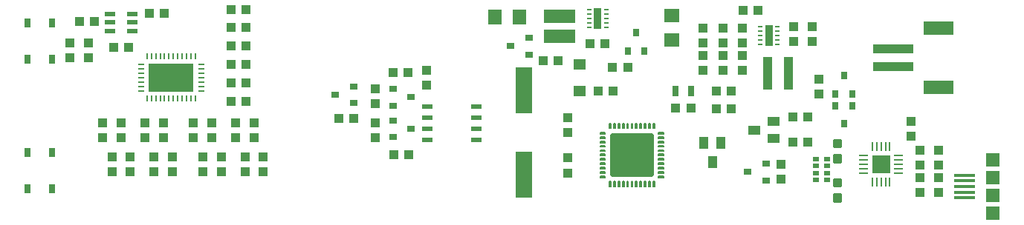
<source format=gtp>
G75*
%MOIN*%
%OFA0B0*%
%FSLAX25Y25*%
%IPPOS*%
%LPD*%
%AMOC8*
5,1,8,0,0,1.08239X$1,22.5*
%
%ADD10R,0.03937X0.04331*%
%ADD11R,0.18110X0.03937*%
%ADD12R,0.13386X0.06299*%
%ADD13R,0.03543X0.03150*%
%ADD14R,0.04331X0.03937*%
%ADD15R,0.04724X0.02362*%
%ADD16R,0.00984X0.02756*%
%ADD17R,0.02756X0.00984*%
%ADD18R,0.20472X0.12598*%
%ADD19R,0.01969X0.00984*%
%ADD20R,0.03307X0.09449*%
%ADD21R,0.03858X0.14567*%
%ADD22R,0.14173X0.05906*%
%ADD23R,0.02559X0.04134*%
%ADD24R,0.03150X0.03543*%
%ADD25R,0.06299X0.07087*%
%ADD26R,0.07087X0.06299*%
%ADD27C,0.00591*%
%ADD28C,0.01969*%
%ADD29C,0.01181*%
%ADD30R,0.02559X0.01969*%
%ADD31R,0.00984X0.03937*%
%ADD32R,0.03937X0.00984*%
%ADD33R,0.07874X0.07874*%
%ADD34R,0.09252X0.01772*%
%ADD35R,0.06102X0.05906*%
%ADD36R,0.07600X0.21000*%
%ADD37R,0.05512X0.03937*%
%ADD38R,0.03937X0.05512*%
%ADD39R,0.04724X0.02165*%
%ADD40R,0.03150X0.04724*%
%ADD41R,0.05512X0.04724*%
D10*
X0085946Y0061733D03*
X0085946Y0068426D03*
X0104843Y0068426D03*
X0104843Y0061733D03*
X0126694Y0061733D03*
X0126694Y0068426D03*
X0145591Y0068426D03*
X0145591Y0061733D03*
X0141457Y0077087D03*
X0122560Y0077087D03*
X0122560Y0083780D03*
X0141457Y0083780D03*
X0179450Y0085749D03*
X0186143Y0085749D03*
X0218820Y0100709D03*
X0218820Y0107402D03*
X0210355Y0106418D03*
X0203662Y0106418D03*
X0270985Y0111733D03*
X0277678Y0111733D03*
X0302284Y0108780D03*
X0308977Y0108780D03*
X0302481Y0098150D03*
X0295788Y0098150D03*
X0282009Y0086143D03*
X0282009Y0079450D03*
X0282009Y0067835D03*
X0282009Y0061143D03*
X0210946Y0069213D03*
X0204253Y0069213D03*
X0100709Y0077087D03*
X0100709Y0083780D03*
X0081812Y0083780D03*
X0081812Y0077087D03*
X0058780Y0113111D03*
X0058780Y0119804D03*
X0342835Y0113898D03*
X0351694Y0113898D03*
X0360552Y0113898D03*
X0360552Y0119607D03*
X0360552Y0126300D03*
X0383583Y0126891D03*
X0391851Y0126891D03*
X0391851Y0120198D03*
X0383583Y0120198D03*
X0360552Y0107206D03*
X0351694Y0107206D03*
X0342835Y0107206D03*
X0348938Y0098150D03*
X0355631Y0098150D03*
X0355631Y0089883D03*
X0348938Y0089883D03*
X0383190Y0086339D03*
X0389883Y0086339D03*
X0389883Y0075119D03*
X0383190Y0075119D03*
X0436143Y0077678D03*
X0448544Y0071379D03*
X0448544Y0064686D03*
X0448544Y0058977D03*
X0448544Y0052284D03*
X0436143Y0084371D03*
D11*
X0428072Y0108977D03*
X0428072Y0116851D03*
D12*
X0448544Y0126300D03*
X0448544Y0099528D03*
D13*
X0370985Y0065276D03*
X0362717Y0061536D03*
X0370985Y0057796D03*
X0264686Y0114489D03*
X0256418Y0118229D03*
X0264686Y0121969D03*
X0203662Y0098938D03*
X0211930Y0095198D03*
X0203662Y0091457D03*
X0186143Y0092639D03*
X0177875Y0096379D03*
X0186143Y0100119D03*
X0203662Y0084765D03*
X0211930Y0081024D03*
X0203662Y0077284D03*
D14*
X0195788Y0077087D03*
X0195788Y0083780D03*
X0195788Y0092442D03*
X0195788Y0099135D03*
X0137717Y0101694D03*
X0131024Y0101694D03*
X0131024Y0093426D03*
X0137717Y0093426D03*
X0133190Y0083780D03*
X0133190Y0077087D03*
X0114292Y0077087D03*
X0114292Y0083780D03*
X0092442Y0083780D03*
X0073544Y0083780D03*
X0073544Y0077087D03*
X0092442Y0077087D03*
X0096576Y0068426D03*
X0096576Y0061733D03*
X0077678Y0061733D03*
X0077678Y0068426D03*
X0118426Y0068426D03*
X0118426Y0061733D03*
X0137324Y0061733D03*
X0137324Y0068426D03*
X0137717Y0109961D03*
X0131024Y0109961D03*
X0131024Y0118229D03*
X0137717Y0118229D03*
X0137717Y0126497D03*
X0131024Y0126497D03*
X0131024Y0134765D03*
X0137717Y0134765D03*
X0101103Y0132993D03*
X0094410Y0132993D03*
X0069804Y0129450D03*
X0063111Y0129450D03*
X0067048Y0119804D03*
X0067048Y0113111D03*
X0078465Y0117639D03*
X0085158Y0117639D03*
X0292245Y0119410D03*
X0298938Y0119410D03*
X0342835Y0119607D03*
X0351694Y0119607D03*
X0351694Y0126300D03*
X0342835Y0126300D03*
X0360749Y0134174D03*
X0367442Y0134174D03*
X0394804Y0103269D03*
X0394804Y0096576D03*
X0337324Y0090473D03*
X0330631Y0090473D03*
X0377678Y0064883D03*
X0377678Y0058190D03*
X0440276Y0058977D03*
X0440276Y0064686D03*
X0440276Y0071379D03*
X0440276Y0052284D03*
D15*
X0241064Y0075887D03*
X0241064Y0080887D03*
X0241064Y0085887D03*
X0241064Y0090887D03*
X0219017Y0090887D03*
X0219017Y0085887D03*
X0219017Y0080887D03*
X0219017Y0075887D03*
D16*
X0115080Y0094607D03*
X0113111Y0094607D03*
X0111143Y0094607D03*
X0109174Y0094607D03*
X0107206Y0094607D03*
X0105237Y0094607D03*
X0103269Y0094607D03*
X0101300Y0094607D03*
X0099331Y0094607D03*
X0097363Y0094607D03*
X0095394Y0094607D03*
X0093426Y0094607D03*
X0093426Y0113505D03*
X0095394Y0113505D03*
X0097363Y0113505D03*
X0099331Y0113505D03*
X0101300Y0113505D03*
X0103269Y0113505D03*
X0105237Y0113505D03*
X0107206Y0113505D03*
X0109174Y0113505D03*
X0111143Y0113505D03*
X0113111Y0113505D03*
X0115080Y0113505D03*
D17*
X0117639Y0109961D03*
X0117639Y0107993D03*
X0117639Y0106024D03*
X0117639Y0104056D03*
X0117639Y0102087D03*
X0117639Y0100119D03*
X0117639Y0098150D03*
X0090867Y0098150D03*
X0090867Y0100119D03*
X0090867Y0102087D03*
X0090867Y0104056D03*
X0090867Y0106024D03*
X0090867Y0107993D03*
X0090867Y0109961D03*
D18*
X0104253Y0104056D03*
D19*
X0291851Y0126694D03*
X0291851Y0128662D03*
X0291851Y0130631D03*
X0291851Y0132599D03*
X0291851Y0134568D03*
X0299331Y0134568D03*
X0299331Y0132599D03*
X0299331Y0130631D03*
X0299331Y0128662D03*
X0299331Y0126694D03*
X0368623Y0126891D03*
X0368623Y0124922D03*
X0368623Y0122954D03*
X0368623Y0120985D03*
X0368623Y0119017D03*
X0376103Y0119017D03*
X0376103Y0120985D03*
X0376103Y0122954D03*
X0376103Y0124922D03*
X0376103Y0126891D03*
D20*
X0372363Y0122954D03*
X0295591Y0130631D03*
D21*
X0371831Y0105828D03*
X0381162Y0105828D03*
D22*
X0278465Y0122560D03*
X0278465Y0131615D03*
D23*
X0039686Y0053957D03*
X0050709Y0053957D03*
X0050709Y0070296D03*
X0039686Y0070296D03*
X0039686Y0112422D03*
X0050709Y0112422D03*
X0050709Y0128761D03*
X0039686Y0128761D03*
D24*
X0308977Y0116064D03*
X0316457Y0116064D03*
X0312717Y0124331D03*
X0402284Y0096576D03*
X0409765Y0096576D03*
X0409765Y0091457D03*
X0402284Y0091457D03*
X0406024Y0083190D03*
X0406024Y0104843D03*
D25*
X0260355Y0131221D03*
X0249331Y0131221D03*
D26*
X0328662Y0132009D03*
X0328662Y0120985D03*
D27*
X0321083Y0081221D02*
X0320493Y0081221D01*
X0320493Y0083387D01*
X0321083Y0083387D01*
X0321083Y0081221D01*
X0321083Y0081811D02*
X0320493Y0081811D01*
X0320493Y0082401D02*
X0321083Y0082401D01*
X0321083Y0082991D02*
X0320493Y0082991D01*
X0319115Y0081221D02*
X0318525Y0081221D01*
X0318525Y0083387D01*
X0319115Y0083387D01*
X0319115Y0081221D01*
X0319115Y0081811D02*
X0318525Y0081811D01*
X0318525Y0082401D02*
X0319115Y0082401D01*
X0319115Y0082991D02*
X0318525Y0082991D01*
X0317146Y0081221D02*
X0316556Y0081221D01*
X0316556Y0083387D01*
X0317146Y0083387D01*
X0317146Y0081221D01*
X0317146Y0081811D02*
X0316556Y0081811D01*
X0316556Y0082401D02*
X0317146Y0082401D01*
X0317146Y0082991D02*
X0316556Y0082991D01*
X0315178Y0081221D02*
X0314588Y0081221D01*
X0314588Y0083387D01*
X0315178Y0083387D01*
X0315178Y0081221D01*
X0315178Y0081811D02*
X0314588Y0081811D01*
X0314588Y0082401D02*
X0315178Y0082401D01*
X0315178Y0082991D02*
X0314588Y0082991D01*
X0313209Y0081221D02*
X0312619Y0081221D01*
X0312619Y0083387D01*
X0313209Y0083387D01*
X0313209Y0081221D01*
X0313209Y0081811D02*
X0312619Y0081811D01*
X0312619Y0082401D02*
X0313209Y0082401D01*
X0313209Y0082991D02*
X0312619Y0082991D01*
X0311241Y0081221D02*
X0310651Y0081221D01*
X0310651Y0083387D01*
X0311241Y0083387D01*
X0311241Y0081221D01*
X0311241Y0081811D02*
X0310651Y0081811D01*
X0310651Y0082401D02*
X0311241Y0082401D01*
X0311241Y0082991D02*
X0310651Y0082991D01*
X0309272Y0081221D02*
X0308682Y0081221D01*
X0308682Y0083387D01*
X0309272Y0083387D01*
X0309272Y0081221D01*
X0309272Y0081811D02*
X0308682Y0081811D01*
X0308682Y0082401D02*
X0309272Y0082401D01*
X0309272Y0082991D02*
X0308682Y0082991D01*
X0307304Y0081221D02*
X0306714Y0081221D01*
X0306714Y0083387D01*
X0307304Y0083387D01*
X0307304Y0081221D01*
X0307304Y0081811D02*
X0306714Y0081811D01*
X0306714Y0082401D02*
X0307304Y0082401D01*
X0307304Y0082991D02*
X0306714Y0082991D01*
X0305335Y0081221D02*
X0304745Y0081221D01*
X0304745Y0083387D01*
X0305335Y0083387D01*
X0305335Y0081221D01*
X0305335Y0081811D02*
X0304745Y0081811D01*
X0304745Y0082401D02*
X0305335Y0082401D01*
X0305335Y0082991D02*
X0304745Y0082991D01*
X0303367Y0081221D02*
X0302777Y0081221D01*
X0302777Y0083387D01*
X0303367Y0083387D01*
X0303367Y0081221D01*
X0303367Y0081811D02*
X0302777Y0081811D01*
X0302777Y0082401D02*
X0303367Y0082401D01*
X0303367Y0082991D02*
X0302777Y0082991D01*
X0301398Y0081221D02*
X0300808Y0081221D01*
X0300808Y0083387D01*
X0301398Y0083387D01*
X0301398Y0081221D01*
X0301398Y0081811D02*
X0300808Y0081811D01*
X0300808Y0082401D02*
X0301398Y0082401D01*
X0301398Y0082991D02*
X0300808Y0082991D01*
X0298938Y0078761D02*
X0296772Y0078761D01*
X0296772Y0079351D01*
X0298938Y0079351D01*
X0298938Y0078761D01*
X0298938Y0079351D02*
X0296772Y0079351D01*
X0296772Y0076792D02*
X0298938Y0076792D01*
X0296772Y0076792D02*
X0296772Y0077382D01*
X0298938Y0077382D01*
X0298938Y0076792D01*
X0298938Y0077382D02*
X0296772Y0077382D01*
X0296772Y0074824D02*
X0298938Y0074824D01*
X0296772Y0074824D02*
X0296772Y0075414D01*
X0298938Y0075414D01*
X0298938Y0074824D01*
X0298938Y0075414D02*
X0296772Y0075414D01*
X0296772Y0072855D02*
X0298938Y0072855D01*
X0296772Y0072855D02*
X0296772Y0073445D01*
X0298938Y0073445D01*
X0298938Y0072855D01*
X0298938Y0073445D02*
X0296772Y0073445D01*
X0296772Y0070887D02*
X0298938Y0070887D01*
X0296772Y0070887D02*
X0296772Y0071477D01*
X0298938Y0071477D01*
X0298938Y0070887D01*
X0298938Y0071477D02*
X0296772Y0071477D01*
X0296772Y0068918D02*
X0298938Y0068918D01*
X0296772Y0068918D02*
X0296772Y0069508D01*
X0298938Y0069508D01*
X0298938Y0068918D01*
X0298938Y0069508D02*
X0296772Y0069508D01*
X0296772Y0066950D02*
X0298938Y0066950D01*
X0296772Y0066950D02*
X0296772Y0067540D01*
X0298938Y0067540D01*
X0298938Y0066950D01*
X0298938Y0067540D02*
X0296772Y0067540D01*
X0296772Y0064981D02*
X0298938Y0064981D01*
X0296772Y0064981D02*
X0296772Y0065571D01*
X0298938Y0065571D01*
X0298938Y0064981D01*
X0298938Y0065571D02*
X0296772Y0065571D01*
X0296772Y0063013D02*
X0298938Y0063013D01*
X0296772Y0063013D02*
X0296772Y0063603D01*
X0298938Y0063603D01*
X0298938Y0063013D01*
X0298938Y0063603D02*
X0296772Y0063603D01*
X0296772Y0061044D02*
X0298938Y0061044D01*
X0296772Y0061044D02*
X0296772Y0061634D01*
X0298938Y0061634D01*
X0298938Y0061044D01*
X0298938Y0061634D02*
X0296772Y0061634D01*
X0296772Y0059076D02*
X0298938Y0059076D01*
X0296772Y0059076D02*
X0296772Y0059666D01*
X0298938Y0059666D01*
X0298938Y0059076D01*
X0298938Y0059666D02*
X0296772Y0059666D01*
X0300808Y0055040D02*
X0301398Y0055040D01*
X0300808Y0055040D02*
X0300808Y0057206D01*
X0301398Y0057206D01*
X0301398Y0055040D01*
X0301398Y0055630D02*
X0300808Y0055630D01*
X0300808Y0056220D02*
X0301398Y0056220D01*
X0301398Y0056810D02*
X0300808Y0056810D01*
X0302777Y0055040D02*
X0303367Y0055040D01*
X0302777Y0055040D02*
X0302777Y0057206D01*
X0303367Y0057206D01*
X0303367Y0055040D01*
X0303367Y0055630D02*
X0302777Y0055630D01*
X0302777Y0056220D02*
X0303367Y0056220D01*
X0303367Y0056810D02*
X0302777Y0056810D01*
X0304745Y0055040D02*
X0305335Y0055040D01*
X0304745Y0055040D02*
X0304745Y0057206D01*
X0305335Y0057206D01*
X0305335Y0055040D01*
X0305335Y0055630D02*
X0304745Y0055630D01*
X0304745Y0056220D02*
X0305335Y0056220D01*
X0305335Y0056810D02*
X0304745Y0056810D01*
X0306714Y0055040D02*
X0307304Y0055040D01*
X0306714Y0055040D02*
X0306714Y0057206D01*
X0307304Y0057206D01*
X0307304Y0055040D01*
X0307304Y0055630D02*
X0306714Y0055630D01*
X0306714Y0056220D02*
X0307304Y0056220D01*
X0307304Y0056810D02*
X0306714Y0056810D01*
X0308682Y0055040D02*
X0309272Y0055040D01*
X0308682Y0055040D02*
X0308682Y0057206D01*
X0309272Y0057206D01*
X0309272Y0055040D01*
X0309272Y0055630D02*
X0308682Y0055630D01*
X0308682Y0056220D02*
X0309272Y0056220D01*
X0309272Y0056810D02*
X0308682Y0056810D01*
X0310651Y0055040D02*
X0311241Y0055040D01*
X0310651Y0055040D02*
X0310651Y0057206D01*
X0311241Y0057206D01*
X0311241Y0055040D01*
X0311241Y0055630D02*
X0310651Y0055630D01*
X0310651Y0056220D02*
X0311241Y0056220D01*
X0311241Y0056810D02*
X0310651Y0056810D01*
X0312619Y0055040D02*
X0313209Y0055040D01*
X0312619Y0055040D02*
X0312619Y0057206D01*
X0313209Y0057206D01*
X0313209Y0055040D01*
X0313209Y0055630D02*
X0312619Y0055630D01*
X0312619Y0056220D02*
X0313209Y0056220D01*
X0313209Y0056810D02*
X0312619Y0056810D01*
X0314588Y0055040D02*
X0315178Y0055040D01*
X0314588Y0055040D02*
X0314588Y0057206D01*
X0315178Y0057206D01*
X0315178Y0055040D01*
X0315178Y0055630D02*
X0314588Y0055630D01*
X0314588Y0056220D02*
X0315178Y0056220D01*
X0315178Y0056810D02*
X0314588Y0056810D01*
X0316556Y0055040D02*
X0317146Y0055040D01*
X0316556Y0055040D02*
X0316556Y0057206D01*
X0317146Y0057206D01*
X0317146Y0055040D01*
X0317146Y0055630D02*
X0316556Y0055630D01*
X0316556Y0056220D02*
X0317146Y0056220D01*
X0317146Y0056810D02*
X0316556Y0056810D01*
X0318525Y0055040D02*
X0319115Y0055040D01*
X0318525Y0055040D02*
X0318525Y0057206D01*
X0319115Y0057206D01*
X0319115Y0055040D01*
X0319115Y0055630D02*
X0318525Y0055630D01*
X0318525Y0056220D02*
X0319115Y0056220D01*
X0319115Y0056810D02*
X0318525Y0056810D01*
X0320493Y0055040D02*
X0321083Y0055040D01*
X0320493Y0055040D02*
X0320493Y0057206D01*
X0321083Y0057206D01*
X0321083Y0055040D01*
X0321083Y0055630D02*
X0320493Y0055630D01*
X0320493Y0056220D02*
X0321083Y0056220D01*
X0321083Y0056810D02*
X0320493Y0056810D01*
X0322953Y0059076D02*
X0325119Y0059076D01*
X0322953Y0059076D02*
X0322953Y0059666D01*
X0325119Y0059666D01*
X0325119Y0059076D01*
X0325119Y0059666D02*
X0322953Y0059666D01*
X0322953Y0061044D02*
X0325119Y0061044D01*
X0322953Y0061044D02*
X0322953Y0061634D01*
X0325119Y0061634D01*
X0325119Y0061044D01*
X0325119Y0061634D02*
X0322953Y0061634D01*
X0322953Y0063013D02*
X0325119Y0063013D01*
X0322953Y0063013D02*
X0322953Y0063603D01*
X0325119Y0063603D01*
X0325119Y0063013D01*
X0325119Y0063603D02*
X0322953Y0063603D01*
X0322953Y0064981D02*
X0325119Y0064981D01*
X0322953Y0064981D02*
X0322953Y0065571D01*
X0325119Y0065571D01*
X0325119Y0064981D01*
X0325119Y0065571D02*
X0322953Y0065571D01*
X0322953Y0066950D02*
X0325119Y0066950D01*
X0322953Y0066950D02*
X0322953Y0067540D01*
X0325119Y0067540D01*
X0325119Y0066950D01*
X0325119Y0067540D02*
X0322953Y0067540D01*
X0322953Y0068918D02*
X0325119Y0068918D01*
X0322953Y0068918D02*
X0322953Y0069508D01*
X0325119Y0069508D01*
X0325119Y0068918D01*
X0325119Y0069508D02*
X0322953Y0069508D01*
X0322953Y0070887D02*
X0325119Y0070887D01*
X0322953Y0070887D02*
X0322953Y0071477D01*
X0325119Y0071477D01*
X0325119Y0070887D01*
X0325119Y0071477D02*
X0322953Y0071477D01*
X0322953Y0072855D02*
X0325119Y0072855D01*
X0322953Y0072855D02*
X0322953Y0073445D01*
X0325119Y0073445D01*
X0325119Y0072855D01*
X0325119Y0073445D02*
X0322953Y0073445D01*
X0322953Y0074824D02*
X0325119Y0074824D01*
X0322953Y0074824D02*
X0322953Y0075414D01*
X0325119Y0075414D01*
X0325119Y0074824D01*
X0325119Y0075414D02*
X0322953Y0075414D01*
X0322953Y0076792D02*
X0325119Y0076792D01*
X0322953Y0076792D02*
X0322953Y0077382D01*
X0325119Y0077382D01*
X0325119Y0076792D01*
X0325119Y0077382D02*
X0322953Y0077382D01*
X0322953Y0078761D02*
X0325119Y0078761D01*
X0322953Y0078761D02*
X0322953Y0079351D01*
X0325119Y0079351D01*
X0325119Y0078761D01*
X0325119Y0079351D02*
X0322953Y0079351D01*
D28*
X0319804Y0060355D02*
X0302088Y0060355D01*
X0302088Y0078071D01*
X0319804Y0078071D01*
X0319804Y0060355D01*
X0319804Y0062323D02*
X0302088Y0062323D01*
X0302088Y0064291D02*
X0319804Y0064291D01*
X0319804Y0066259D02*
X0302088Y0066259D01*
X0302088Y0068227D02*
X0319804Y0068227D01*
X0319804Y0070195D02*
X0302088Y0070195D01*
X0302088Y0072163D02*
X0319804Y0072163D01*
X0319804Y0074131D02*
X0302088Y0074131D01*
X0302088Y0076099D02*
X0319804Y0076099D01*
X0319804Y0078067D02*
X0302088Y0078067D01*
D29*
X0401694Y0073060D02*
X0404450Y0073060D01*
X0401694Y0073060D02*
X0401694Y0075816D01*
X0404450Y0075816D01*
X0404450Y0073060D01*
X0404450Y0074240D02*
X0401694Y0074240D01*
X0401694Y0075420D02*
X0404450Y0075420D01*
X0404450Y0066154D02*
X0401694Y0066154D01*
X0401694Y0068910D01*
X0404450Y0068910D01*
X0404450Y0066154D01*
X0404450Y0067334D02*
X0401694Y0067334D01*
X0401694Y0068514D02*
X0404450Y0068514D01*
X0404450Y0058099D02*
X0401694Y0058099D01*
X0404450Y0058099D02*
X0404450Y0055343D01*
X0401694Y0055343D01*
X0401694Y0058099D01*
X0401694Y0056523D02*
X0404450Y0056523D01*
X0404450Y0057703D02*
X0401694Y0057703D01*
X0401694Y0051194D02*
X0404450Y0051194D01*
X0404450Y0048438D01*
X0401694Y0048438D01*
X0401694Y0051194D01*
X0401694Y0049618D02*
X0404450Y0049618D01*
X0404450Y0050798D02*
X0401694Y0050798D01*
D30*
X0398446Y0057993D03*
X0398446Y0061143D03*
X0393524Y0061143D03*
X0393524Y0057993D03*
X0393524Y0064292D03*
X0398446Y0064292D03*
X0398446Y0067442D03*
X0393524Y0067442D03*
D31*
X0418749Y0072828D03*
X0420717Y0072828D03*
X0422686Y0072828D03*
X0424654Y0072828D03*
X0426623Y0072828D03*
X0426623Y0057080D03*
X0424654Y0057080D03*
X0422686Y0057080D03*
X0420717Y0057080D03*
X0418749Y0057080D03*
D32*
X0414812Y0061017D03*
X0414812Y0062985D03*
X0414812Y0064954D03*
X0414812Y0066922D03*
X0414812Y0068891D03*
X0430560Y0068891D03*
X0430560Y0066922D03*
X0430560Y0064954D03*
X0430560Y0062985D03*
X0430560Y0061017D03*
D33*
X0422686Y0064954D03*
D34*
X0460257Y0060158D03*
X0460257Y0057599D03*
X0460257Y0055040D03*
X0460257Y0052481D03*
X0460257Y0049922D03*
D35*
X0472757Y0051103D03*
X0472757Y0058977D03*
X0472757Y0067048D03*
X0472757Y0043032D03*
D36*
X0262520Y0060253D03*
X0262520Y0098253D03*
D37*
X0365670Y0080434D03*
X0374331Y0084174D03*
X0374331Y0076694D03*
D38*
X0350709Y0074725D03*
X0343229Y0074725D03*
X0346969Y0066064D03*
D39*
X0086930Y0125119D03*
X0086930Y0128859D03*
X0086930Y0132599D03*
X0076694Y0132599D03*
X0076694Y0128859D03*
X0076694Y0125119D03*
D40*
X0330434Y0098150D03*
X0337520Y0098150D03*
D41*
X0287324Y0098150D03*
X0287324Y0109961D03*
M02*

</source>
